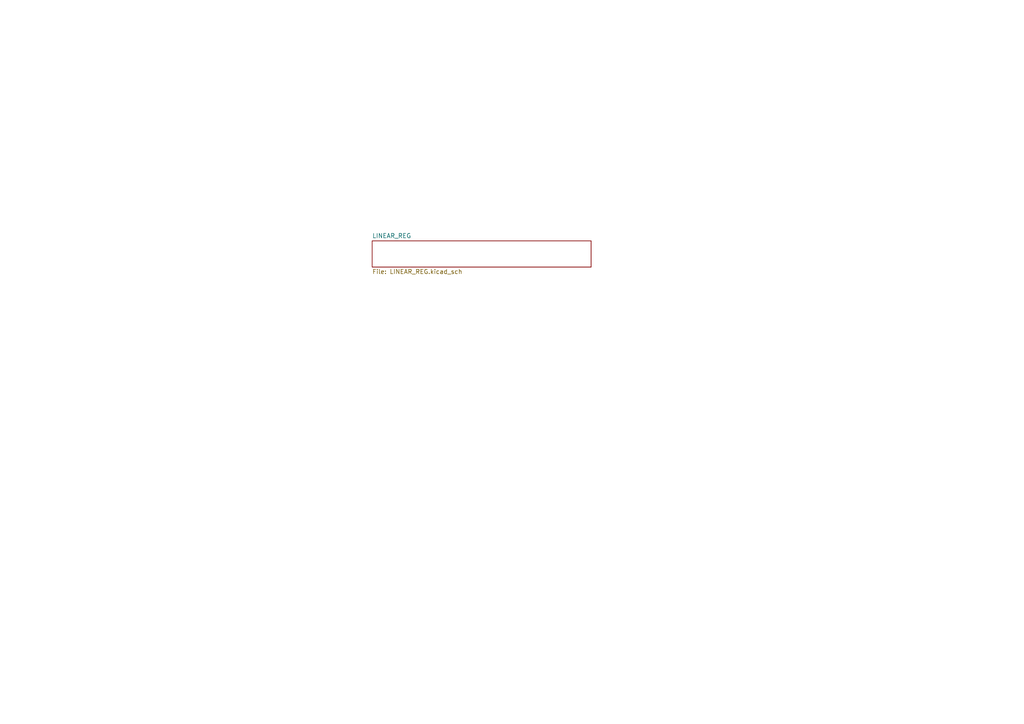
<source format=kicad_sch>
(kicad_sch (version 20230121) (generator eeschema)
  (paper "A4")
  (lib_symbols)
  (sheet (at 107.95 69.85) (size 63.5 7.62) (stroke (width 0.1524))
    (property "Sheetname" "LINEAR_REG" (at 107.95 69.1384 0) (effects (justify left bottom)))
    (property "Sheetfile" "LINEAR_REG.kicad_sch" (at 107.95 78.0546 0) (effects (justify left top)))
  )
)
</source>
